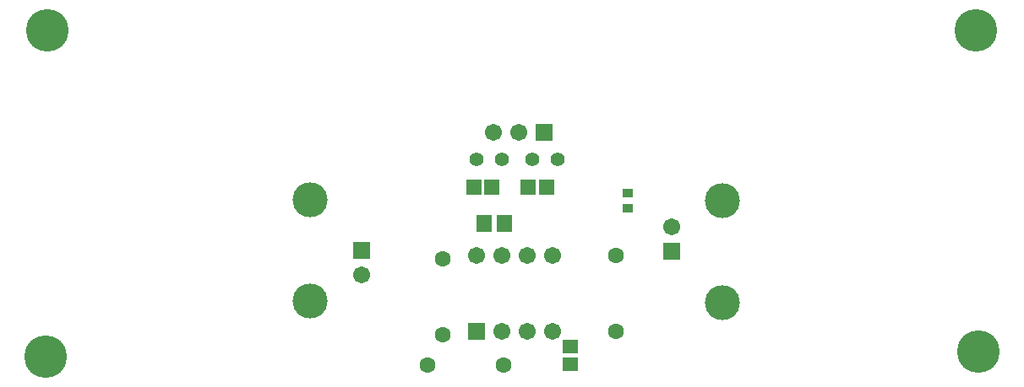
<source format=gts>
%FSLAX25Y25*%
%MOIN*%
G70*
G01*
G75*
G04 Layer_Color=8388736*
%ADD10R,0.05512X0.04724*%
%ADD11R,0.05512X0.05512*%
%ADD12R,0.05512X0.05906*%
%ADD13R,0.03543X0.02756*%
%ADD14C,0.02500*%
%ADD15C,0.01000*%
%ADD16C,0.16000*%
%ADD17R,0.05906X0.05906*%
%ADD18C,0.05906*%
%ADD19C,0.05512*%
%ADD20R,0.05906X0.05906*%
%ADD21C,0.04724*%
%ADD22C,0.12992*%
%ADD23C,0.00787*%
%ADD24C,0.00984*%
%ADD25C,0.02362*%
%ADD26C,0.00098*%
%ADD27C,0.00098*%
%ADD28R,0.06312X0.05524*%
%ADD29R,0.06312X0.06312*%
%ADD30R,0.06312X0.06706*%
%ADD31R,0.04343X0.03556*%
%ADD32C,0.16800*%
%ADD33R,0.06706X0.06706*%
%ADD34C,0.06706*%
%ADD35C,0.06312*%
%ADD36R,0.06706X0.06706*%
%ADD37C,0.05524*%
%ADD38C,0.13792*%
D28*
X218000Y7957D02*
D03*
Y15043D02*
D03*
D29*
X187043Y78000D02*
D03*
X179957D02*
D03*
X208543D02*
D03*
X201457D02*
D03*
D30*
X191937Y63500D02*
D03*
X184063D02*
D03*
D31*
X240500Y69547D02*
D03*
Y75453D02*
D03*
D32*
X379000Y13000D02*
D03*
X378000Y140000D02*
D03*
X11500D02*
D03*
X11000Y11000D02*
D03*
D33*
X181000Y21000D02*
D03*
D34*
X191000D02*
D03*
X201000D02*
D03*
X211000D02*
D03*
X181000Y51000D02*
D03*
X191000D02*
D03*
X201000D02*
D03*
X211000D02*
D03*
X197500Y99500D02*
D03*
X187500D02*
D03*
X258000Y62343D02*
D03*
X135500Y43157D02*
D03*
D35*
X167500Y19500D02*
D03*
Y49500D02*
D03*
X236000Y51000D02*
D03*
Y21000D02*
D03*
X191500Y7500D02*
D03*
X161500D02*
D03*
D36*
X207500Y99500D02*
D03*
X258000Y52500D02*
D03*
X135500Y53000D02*
D03*
D37*
X181000Y89000D02*
D03*
X191000D02*
D03*
X213000D02*
D03*
X203000D02*
D03*
D38*
X278079Y32421D02*
D03*
Y72579D02*
D03*
X115421Y73079D02*
D03*
Y32921D02*
D03*
M02*

</source>
